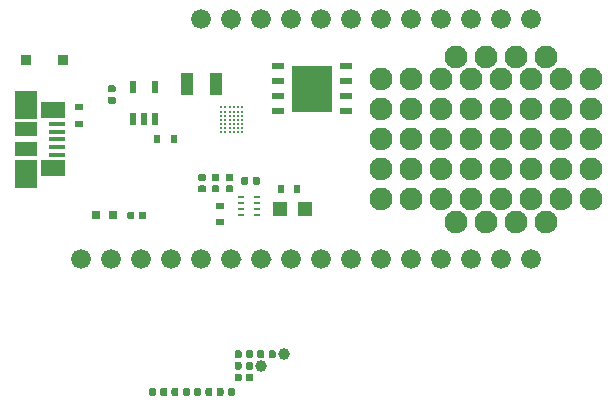
<source format=gbr>
G04 #@! TF.GenerationSoftware,KiCad,Pcbnew,(6.0.0-rc1-dev-1546-g786ee0e)*
G04 #@! TF.CreationDate,2019-11-08T10:29:52+01:00
G04 #@! TF.ProjectId,quicklogic-quick-feather-board,71756963-6b6c-46f6-9769-632d71756963,rev?*
G04 #@! TF.SameCoordinates,Original*
G04 #@! TF.FileFunction,Copper,L1,Top*
G04 #@! TF.FilePolarity,Positive*
%FSLAX46Y46*%
G04 Gerber Fmt 4.6, Leading zero omitted, Abs format (unit mm)*
G04 Created by KiCad (PCBNEW (6.0.0-rc1-dev-1546-g786ee0e)) date Fri Nov  8 10:29:52 2019*
%MOMM*%
%LPD*%
G04 APERTURE LIST*
%ADD10R,1.100000X1.900000*%
%ADD11R,3.400000X4.000000*%
%ADD12R,1.100000X0.500000*%
%ADD13C,0.100000*%
%ADD14C,0.590000*%
%ADD15C,1.000000*%
%ADD16R,0.550000X0.250000*%
%ADD17R,0.600000X0.800000*%
%ADD18R,0.800000X0.600000*%
%ADD19R,1.200000X1.200000*%
%ADD20R,0.800000X0.800000*%
%ADD21R,0.900000X0.950000*%
%ADD22R,0.600000X1.050000*%
%ADD23C,0.211000*%
%ADD24R,2.100000X1.475000*%
%ADD25R,1.900000X1.175000*%
%ADD26R,1.900000X2.375000*%
%ADD27R,1.380000X0.450000*%
%ADD28C,1.676400*%
%ADD29C,1.930400*%
%ADD30C,0.254000*%
G04 APERTURE END LIST*
D10*
X140905000Y-100285001D03*
X138495000Y-100285001D03*
D11*
X149050000Y-100730000D03*
D12*
X151950000Y-98825000D03*
X151950000Y-100095000D03*
X151950000Y-101365000D03*
X151950000Y-102635000D03*
X146150000Y-102635000D03*
X146150000Y-101365000D03*
X146150000Y-100095000D03*
X146150000Y-98825000D03*
D13*
G36*
X142941959Y-124855711D02*
G01*
X142956277Y-124857835D01*
X142970318Y-124861352D01*
X142983947Y-124866229D01*
X142997032Y-124872418D01*
X143009448Y-124879859D01*
X143021074Y-124888482D01*
X143031799Y-124898203D01*
X143041520Y-124908928D01*
X143050143Y-124920554D01*
X143057584Y-124932970D01*
X143063773Y-124946055D01*
X143068650Y-124959684D01*
X143072167Y-124973725D01*
X143074291Y-124988043D01*
X143075001Y-125002501D01*
X143075001Y-125347501D01*
X143074291Y-125361959D01*
X143072167Y-125376277D01*
X143068650Y-125390318D01*
X143063773Y-125403947D01*
X143057584Y-125417032D01*
X143050143Y-125429448D01*
X143041520Y-125441074D01*
X143031799Y-125451799D01*
X143021074Y-125461520D01*
X143009448Y-125470143D01*
X142997032Y-125477584D01*
X142983947Y-125483773D01*
X142970318Y-125488650D01*
X142956277Y-125492167D01*
X142941959Y-125494291D01*
X142927501Y-125495001D01*
X142632501Y-125495001D01*
X142618043Y-125494291D01*
X142603725Y-125492167D01*
X142589684Y-125488650D01*
X142576055Y-125483773D01*
X142562970Y-125477584D01*
X142550554Y-125470143D01*
X142538928Y-125461520D01*
X142528203Y-125451799D01*
X142518482Y-125441074D01*
X142509859Y-125429448D01*
X142502418Y-125417032D01*
X142496229Y-125403947D01*
X142491352Y-125390318D01*
X142487835Y-125376277D01*
X142485711Y-125361959D01*
X142485001Y-125347501D01*
X142485001Y-125002501D01*
X142485711Y-124988043D01*
X142487835Y-124973725D01*
X142491352Y-124959684D01*
X142496229Y-124946055D01*
X142502418Y-124932970D01*
X142509859Y-124920554D01*
X142518482Y-124908928D01*
X142528203Y-124898203D01*
X142538928Y-124888482D01*
X142550554Y-124879859D01*
X142562970Y-124872418D01*
X142576055Y-124866229D01*
X142589684Y-124861352D01*
X142603725Y-124857835D01*
X142618043Y-124855711D01*
X142632501Y-124855001D01*
X142927501Y-124855001D01*
X142941959Y-124855711D01*
X142941959Y-124855711D01*
G37*
D14*
X142780001Y-125175001D03*
D13*
G36*
X143911959Y-124855711D02*
G01*
X143926277Y-124857835D01*
X143940318Y-124861352D01*
X143953947Y-124866229D01*
X143967032Y-124872418D01*
X143979448Y-124879859D01*
X143991074Y-124888482D01*
X144001799Y-124898203D01*
X144011520Y-124908928D01*
X144020143Y-124920554D01*
X144027584Y-124932970D01*
X144033773Y-124946055D01*
X144038650Y-124959684D01*
X144042167Y-124973725D01*
X144044291Y-124988043D01*
X144045001Y-125002501D01*
X144045001Y-125347501D01*
X144044291Y-125361959D01*
X144042167Y-125376277D01*
X144038650Y-125390318D01*
X144033773Y-125403947D01*
X144027584Y-125417032D01*
X144020143Y-125429448D01*
X144011520Y-125441074D01*
X144001799Y-125451799D01*
X143991074Y-125461520D01*
X143979448Y-125470143D01*
X143967032Y-125477584D01*
X143953947Y-125483773D01*
X143940318Y-125488650D01*
X143926277Y-125492167D01*
X143911959Y-125494291D01*
X143897501Y-125495001D01*
X143602501Y-125495001D01*
X143588043Y-125494291D01*
X143573725Y-125492167D01*
X143559684Y-125488650D01*
X143546055Y-125483773D01*
X143532970Y-125477584D01*
X143520554Y-125470143D01*
X143508928Y-125461520D01*
X143498203Y-125451799D01*
X143488482Y-125441074D01*
X143479859Y-125429448D01*
X143472418Y-125417032D01*
X143466229Y-125403947D01*
X143461352Y-125390318D01*
X143457835Y-125376277D01*
X143455711Y-125361959D01*
X143455001Y-125347501D01*
X143455001Y-125002501D01*
X143455711Y-124988043D01*
X143457835Y-124973725D01*
X143461352Y-124959684D01*
X143466229Y-124946055D01*
X143472418Y-124932970D01*
X143479859Y-124920554D01*
X143488482Y-124908928D01*
X143498203Y-124898203D01*
X143508928Y-124888482D01*
X143520554Y-124879859D01*
X143532970Y-124872418D01*
X143546055Y-124866229D01*
X143559684Y-124861352D01*
X143573725Y-124857835D01*
X143588043Y-124855711D01*
X143602501Y-124855001D01*
X143897501Y-124855001D01*
X143911959Y-124855711D01*
X143911959Y-124855711D01*
G37*
D14*
X143750001Y-125175001D03*
D13*
G36*
X142391959Y-126075711D02*
G01*
X142406277Y-126077835D01*
X142420318Y-126081352D01*
X142433947Y-126086229D01*
X142447032Y-126092418D01*
X142459448Y-126099859D01*
X142471074Y-126108482D01*
X142481799Y-126118203D01*
X142491520Y-126128928D01*
X142500143Y-126140554D01*
X142507584Y-126152970D01*
X142513773Y-126166055D01*
X142518650Y-126179684D01*
X142522167Y-126193725D01*
X142524291Y-126208043D01*
X142525001Y-126222501D01*
X142525001Y-126567501D01*
X142524291Y-126581959D01*
X142522167Y-126596277D01*
X142518650Y-126610318D01*
X142513773Y-126623947D01*
X142507584Y-126637032D01*
X142500143Y-126649448D01*
X142491520Y-126661074D01*
X142481799Y-126671799D01*
X142471074Y-126681520D01*
X142459448Y-126690143D01*
X142447032Y-126697584D01*
X142433947Y-126703773D01*
X142420318Y-126708650D01*
X142406277Y-126712167D01*
X142391959Y-126714291D01*
X142377501Y-126715001D01*
X142082501Y-126715001D01*
X142068043Y-126714291D01*
X142053725Y-126712167D01*
X142039684Y-126708650D01*
X142026055Y-126703773D01*
X142012970Y-126697584D01*
X142000554Y-126690143D01*
X141988928Y-126681520D01*
X141978203Y-126671799D01*
X141968482Y-126661074D01*
X141959859Y-126649448D01*
X141952418Y-126637032D01*
X141946229Y-126623947D01*
X141941352Y-126610318D01*
X141937835Y-126596277D01*
X141935711Y-126581959D01*
X141935001Y-126567501D01*
X141935001Y-126222501D01*
X141935711Y-126208043D01*
X141937835Y-126193725D01*
X141941352Y-126179684D01*
X141946229Y-126166055D01*
X141952418Y-126152970D01*
X141959859Y-126140554D01*
X141968482Y-126128928D01*
X141978203Y-126118203D01*
X141988928Y-126108482D01*
X142000554Y-126099859D01*
X142012970Y-126092418D01*
X142026055Y-126086229D01*
X142039684Y-126081352D01*
X142053725Y-126077835D01*
X142068043Y-126075711D01*
X142082501Y-126075001D01*
X142377501Y-126075001D01*
X142391959Y-126075711D01*
X142391959Y-126075711D01*
G37*
D14*
X142230001Y-126395001D03*
D13*
G36*
X141421959Y-126075711D02*
G01*
X141436277Y-126077835D01*
X141450318Y-126081352D01*
X141463947Y-126086229D01*
X141477032Y-126092418D01*
X141489448Y-126099859D01*
X141501074Y-126108482D01*
X141511799Y-126118203D01*
X141521520Y-126128928D01*
X141530143Y-126140554D01*
X141537584Y-126152970D01*
X141543773Y-126166055D01*
X141548650Y-126179684D01*
X141552167Y-126193725D01*
X141554291Y-126208043D01*
X141555001Y-126222501D01*
X141555001Y-126567501D01*
X141554291Y-126581959D01*
X141552167Y-126596277D01*
X141548650Y-126610318D01*
X141543773Y-126623947D01*
X141537584Y-126637032D01*
X141530143Y-126649448D01*
X141521520Y-126661074D01*
X141511799Y-126671799D01*
X141501074Y-126681520D01*
X141489448Y-126690143D01*
X141477032Y-126697584D01*
X141463947Y-126703773D01*
X141450318Y-126708650D01*
X141436277Y-126712167D01*
X141421959Y-126714291D01*
X141407501Y-126715001D01*
X141112501Y-126715001D01*
X141098043Y-126714291D01*
X141083725Y-126712167D01*
X141069684Y-126708650D01*
X141056055Y-126703773D01*
X141042970Y-126697584D01*
X141030554Y-126690143D01*
X141018928Y-126681520D01*
X141008203Y-126671799D01*
X140998482Y-126661074D01*
X140989859Y-126649448D01*
X140982418Y-126637032D01*
X140976229Y-126623947D01*
X140971352Y-126610318D01*
X140967835Y-126596277D01*
X140965711Y-126581959D01*
X140965001Y-126567501D01*
X140965001Y-126222501D01*
X140965711Y-126208043D01*
X140967835Y-126193725D01*
X140971352Y-126179684D01*
X140976229Y-126166055D01*
X140982418Y-126152970D01*
X140989859Y-126140554D01*
X140998482Y-126128928D01*
X141008203Y-126118203D01*
X141018928Y-126108482D01*
X141030554Y-126099859D01*
X141042970Y-126092418D01*
X141056055Y-126086229D01*
X141069684Y-126081352D01*
X141083725Y-126077835D01*
X141098043Y-126075711D01*
X141112501Y-126075001D01*
X141407501Y-126075001D01*
X141421959Y-126075711D01*
X141421959Y-126075711D01*
G37*
D14*
X141260001Y-126395001D03*
D13*
G36*
X144851959Y-122875711D02*
G01*
X144866277Y-122877835D01*
X144880318Y-122881352D01*
X144893947Y-122886229D01*
X144907032Y-122892418D01*
X144919448Y-122899859D01*
X144931074Y-122908482D01*
X144941799Y-122918203D01*
X144951520Y-122928928D01*
X144960143Y-122940554D01*
X144967584Y-122952970D01*
X144973773Y-122966055D01*
X144978650Y-122979684D01*
X144982167Y-122993725D01*
X144984291Y-123008043D01*
X144985001Y-123022501D01*
X144985001Y-123367501D01*
X144984291Y-123381959D01*
X144982167Y-123396277D01*
X144978650Y-123410318D01*
X144973773Y-123423947D01*
X144967584Y-123437032D01*
X144960143Y-123449448D01*
X144951520Y-123461074D01*
X144941799Y-123471799D01*
X144931074Y-123481520D01*
X144919448Y-123490143D01*
X144907032Y-123497584D01*
X144893947Y-123503773D01*
X144880318Y-123508650D01*
X144866277Y-123512167D01*
X144851959Y-123514291D01*
X144837501Y-123515001D01*
X144542501Y-123515001D01*
X144528043Y-123514291D01*
X144513725Y-123512167D01*
X144499684Y-123508650D01*
X144486055Y-123503773D01*
X144472970Y-123497584D01*
X144460554Y-123490143D01*
X144448928Y-123481520D01*
X144438203Y-123471799D01*
X144428482Y-123461074D01*
X144419859Y-123449448D01*
X144412418Y-123437032D01*
X144406229Y-123423947D01*
X144401352Y-123410318D01*
X144397835Y-123396277D01*
X144395711Y-123381959D01*
X144395001Y-123367501D01*
X144395001Y-123022501D01*
X144395711Y-123008043D01*
X144397835Y-122993725D01*
X144401352Y-122979684D01*
X144406229Y-122966055D01*
X144412418Y-122952970D01*
X144419859Y-122940554D01*
X144428482Y-122928928D01*
X144438203Y-122918203D01*
X144448928Y-122908482D01*
X144460554Y-122899859D01*
X144472970Y-122892418D01*
X144486055Y-122886229D01*
X144499684Y-122881352D01*
X144513725Y-122877835D01*
X144528043Y-122875711D01*
X144542501Y-122875001D01*
X144837501Y-122875001D01*
X144851959Y-122875711D01*
X144851959Y-122875711D01*
G37*
D14*
X144690001Y-123195001D03*
D13*
G36*
X145821959Y-122875711D02*
G01*
X145836277Y-122877835D01*
X145850318Y-122881352D01*
X145863947Y-122886229D01*
X145877032Y-122892418D01*
X145889448Y-122899859D01*
X145901074Y-122908482D01*
X145911799Y-122918203D01*
X145921520Y-122928928D01*
X145930143Y-122940554D01*
X145937584Y-122952970D01*
X145943773Y-122966055D01*
X145948650Y-122979684D01*
X145952167Y-122993725D01*
X145954291Y-123008043D01*
X145955001Y-123022501D01*
X145955001Y-123367501D01*
X145954291Y-123381959D01*
X145952167Y-123396277D01*
X145948650Y-123410318D01*
X145943773Y-123423947D01*
X145937584Y-123437032D01*
X145930143Y-123449448D01*
X145921520Y-123461074D01*
X145911799Y-123471799D01*
X145901074Y-123481520D01*
X145889448Y-123490143D01*
X145877032Y-123497584D01*
X145863947Y-123503773D01*
X145850318Y-123508650D01*
X145836277Y-123512167D01*
X145821959Y-123514291D01*
X145807501Y-123515001D01*
X145512501Y-123515001D01*
X145498043Y-123514291D01*
X145483725Y-123512167D01*
X145469684Y-123508650D01*
X145456055Y-123503773D01*
X145442970Y-123497584D01*
X145430554Y-123490143D01*
X145418928Y-123481520D01*
X145408203Y-123471799D01*
X145398482Y-123461074D01*
X145389859Y-123449448D01*
X145382418Y-123437032D01*
X145376229Y-123423947D01*
X145371352Y-123410318D01*
X145367835Y-123396277D01*
X145365711Y-123381959D01*
X145365001Y-123367501D01*
X145365001Y-123022501D01*
X145365711Y-123008043D01*
X145367835Y-122993725D01*
X145371352Y-122979684D01*
X145376229Y-122966055D01*
X145382418Y-122952970D01*
X145389859Y-122940554D01*
X145398482Y-122928928D01*
X145408203Y-122918203D01*
X145418928Y-122908482D01*
X145430554Y-122899859D01*
X145442970Y-122892418D01*
X145456055Y-122886229D01*
X145469684Y-122881352D01*
X145483725Y-122877835D01*
X145498043Y-122875711D01*
X145512501Y-122875001D01*
X145807501Y-122875001D01*
X145821959Y-122875711D01*
X145821959Y-122875711D01*
G37*
D14*
X145660001Y-123195001D03*
D13*
G36*
X142941959Y-123865711D02*
G01*
X142956277Y-123867835D01*
X142970318Y-123871352D01*
X142983947Y-123876229D01*
X142997032Y-123882418D01*
X143009448Y-123889859D01*
X143021074Y-123898482D01*
X143031799Y-123908203D01*
X143041520Y-123918928D01*
X143050143Y-123930554D01*
X143057584Y-123942970D01*
X143063773Y-123956055D01*
X143068650Y-123969684D01*
X143072167Y-123983725D01*
X143074291Y-123998043D01*
X143075001Y-124012501D01*
X143075001Y-124357501D01*
X143074291Y-124371959D01*
X143072167Y-124386277D01*
X143068650Y-124400318D01*
X143063773Y-124413947D01*
X143057584Y-124427032D01*
X143050143Y-124439448D01*
X143041520Y-124451074D01*
X143031799Y-124461799D01*
X143021074Y-124471520D01*
X143009448Y-124480143D01*
X142997032Y-124487584D01*
X142983947Y-124493773D01*
X142970318Y-124498650D01*
X142956277Y-124502167D01*
X142941959Y-124504291D01*
X142927501Y-124505001D01*
X142632501Y-124505001D01*
X142618043Y-124504291D01*
X142603725Y-124502167D01*
X142589684Y-124498650D01*
X142576055Y-124493773D01*
X142562970Y-124487584D01*
X142550554Y-124480143D01*
X142538928Y-124471520D01*
X142528203Y-124461799D01*
X142518482Y-124451074D01*
X142509859Y-124439448D01*
X142502418Y-124427032D01*
X142496229Y-124413947D01*
X142491352Y-124400318D01*
X142487835Y-124386277D01*
X142485711Y-124371959D01*
X142485001Y-124357501D01*
X142485001Y-124012501D01*
X142485711Y-123998043D01*
X142487835Y-123983725D01*
X142491352Y-123969684D01*
X142496229Y-123956055D01*
X142502418Y-123942970D01*
X142509859Y-123930554D01*
X142518482Y-123918928D01*
X142528203Y-123908203D01*
X142538928Y-123898482D01*
X142550554Y-123889859D01*
X142562970Y-123882418D01*
X142576055Y-123876229D01*
X142589684Y-123871352D01*
X142603725Y-123867835D01*
X142618043Y-123865711D01*
X142632501Y-123865001D01*
X142927501Y-123865001D01*
X142941959Y-123865711D01*
X142941959Y-123865711D01*
G37*
D14*
X142780001Y-124185001D03*
D13*
G36*
X143911959Y-123865711D02*
G01*
X143926277Y-123867835D01*
X143940318Y-123871352D01*
X143953947Y-123876229D01*
X143967032Y-123882418D01*
X143979448Y-123889859D01*
X143991074Y-123898482D01*
X144001799Y-123908203D01*
X144011520Y-123918928D01*
X144020143Y-123930554D01*
X144027584Y-123942970D01*
X144033773Y-123956055D01*
X144038650Y-123969684D01*
X144042167Y-123983725D01*
X144044291Y-123998043D01*
X144045001Y-124012501D01*
X144045001Y-124357501D01*
X144044291Y-124371959D01*
X144042167Y-124386277D01*
X144038650Y-124400318D01*
X144033773Y-124413947D01*
X144027584Y-124427032D01*
X144020143Y-124439448D01*
X144011520Y-124451074D01*
X144001799Y-124461799D01*
X143991074Y-124471520D01*
X143979448Y-124480143D01*
X143967032Y-124487584D01*
X143953947Y-124493773D01*
X143940318Y-124498650D01*
X143926277Y-124502167D01*
X143911959Y-124504291D01*
X143897501Y-124505001D01*
X143602501Y-124505001D01*
X143588043Y-124504291D01*
X143573725Y-124502167D01*
X143559684Y-124498650D01*
X143546055Y-124493773D01*
X143532970Y-124487584D01*
X143520554Y-124480143D01*
X143508928Y-124471520D01*
X143498203Y-124461799D01*
X143488482Y-124451074D01*
X143479859Y-124439448D01*
X143472418Y-124427032D01*
X143466229Y-124413947D01*
X143461352Y-124400318D01*
X143457835Y-124386277D01*
X143455711Y-124371959D01*
X143455001Y-124357501D01*
X143455001Y-124012501D01*
X143455711Y-123998043D01*
X143457835Y-123983725D01*
X143461352Y-123969684D01*
X143466229Y-123956055D01*
X143472418Y-123942970D01*
X143479859Y-123930554D01*
X143488482Y-123918928D01*
X143498203Y-123908203D01*
X143508928Y-123898482D01*
X143520554Y-123889859D01*
X143532970Y-123882418D01*
X143546055Y-123876229D01*
X143559684Y-123871352D01*
X143573725Y-123867835D01*
X143588043Y-123865711D01*
X143602501Y-123865001D01*
X143897501Y-123865001D01*
X143911959Y-123865711D01*
X143911959Y-123865711D01*
G37*
D14*
X143750001Y-124185001D03*
D13*
G36*
X140481959Y-126075711D02*
G01*
X140496277Y-126077835D01*
X140510318Y-126081352D01*
X140523947Y-126086229D01*
X140537032Y-126092418D01*
X140549448Y-126099859D01*
X140561074Y-126108482D01*
X140571799Y-126118203D01*
X140581520Y-126128928D01*
X140590143Y-126140554D01*
X140597584Y-126152970D01*
X140603773Y-126166055D01*
X140608650Y-126179684D01*
X140612167Y-126193725D01*
X140614291Y-126208043D01*
X140615001Y-126222501D01*
X140615001Y-126567501D01*
X140614291Y-126581959D01*
X140612167Y-126596277D01*
X140608650Y-126610318D01*
X140603773Y-126623947D01*
X140597584Y-126637032D01*
X140590143Y-126649448D01*
X140581520Y-126661074D01*
X140571799Y-126671799D01*
X140561074Y-126681520D01*
X140549448Y-126690143D01*
X140537032Y-126697584D01*
X140523947Y-126703773D01*
X140510318Y-126708650D01*
X140496277Y-126712167D01*
X140481959Y-126714291D01*
X140467501Y-126715001D01*
X140172501Y-126715001D01*
X140158043Y-126714291D01*
X140143725Y-126712167D01*
X140129684Y-126708650D01*
X140116055Y-126703773D01*
X140102970Y-126697584D01*
X140090554Y-126690143D01*
X140078928Y-126681520D01*
X140068203Y-126671799D01*
X140058482Y-126661074D01*
X140049859Y-126649448D01*
X140042418Y-126637032D01*
X140036229Y-126623947D01*
X140031352Y-126610318D01*
X140027835Y-126596277D01*
X140025711Y-126581959D01*
X140025001Y-126567501D01*
X140025001Y-126222501D01*
X140025711Y-126208043D01*
X140027835Y-126193725D01*
X140031352Y-126179684D01*
X140036229Y-126166055D01*
X140042418Y-126152970D01*
X140049859Y-126140554D01*
X140058482Y-126128928D01*
X140068203Y-126118203D01*
X140078928Y-126108482D01*
X140090554Y-126099859D01*
X140102970Y-126092418D01*
X140116055Y-126086229D01*
X140129684Y-126081352D01*
X140143725Y-126077835D01*
X140158043Y-126075711D01*
X140172501Y-126075001D01*
X140467501Y-126075001D01*
X140481959Y-126075711D01*
X140481959Y-126075711D01*
G37*
D14*
X140320001Y-126395001D03*
D13*
G36*
X139511959Y-126075711D02*
G01*
X139526277Y-126077835D01*
X139540318Y-126081352D01*
X139553947Y-126086229D01*
X139567032Y-126092418D01*
X139579448Y-126099859D01*
X139591074Y-126108482D01*
X139601799Y-126118203D01*
X139611520Y-126128928D01*
X139620143Y-126140554D01*
X139627584Y-126152970D01*
X139633773Y-126166055D01*
X139638650Y-126179684D01*
X139642167Y-126193725D01*
X139644291Y-126208043D01*
X139645001Y-126222501D01*
X139645001Y-126567501D01*
X139644291Y-126581959D01*
X139642167Y-126596277D01*
X139638650Y-126610318D01*
X139633773Y-126623947D01*
X139627584Y-126637032D01*
X139620143Y-126649448D01*
X139611520Y-126661074D01*
X139601799Y-126671799D01*
X139591074Y-126681520D01*
X139579448Y-126690143D01*
X139567032Y-126697584D01*
X139553947Y-126703773D01*
X139540318Y-126708650D01*
X139526277Y-126712167D01*
X139511959Y-126714291D01*
X139497501Y-126715001D01*
X139202501Y-126715001D01*
X139188043Y-126714291D01*
X139173725Y-126712167D01*
X139159684Y-126708650D01*
X139146055Y-126703773D01*
X139132970Y-126697584D01*
X139120554Y-126690143D01*
X139108928Y-126681520D01*
X139098203Y-126671799D01*
X139088482Y-126661074D01*
X139079859Y-126649448D01*
X139072418Y-126637032D01*
X139066229Y-126623947D01*
X139061352Y-126610318D01*
X139057835Y-126596277D01*
X139055711Y-126581959D01*
X139055001Y-126567501D01*
X139055001Y-126222501D01*
X139055711Y-126208043D01*
X139057835Y-126193725D01*
X139061352Y-126179684D01*
X139066229Y-126166055D01*
X139072418Y-126152970D01*
X139079859Y-126140554D01*
X139088482Y-126128928D01*
X139098203Y-126118203D01*
X139108928Y-126108482D01*
X139120554Y-126099859D01*
X139132970Y-126092418D01*
X139146055Y-126086229D01*
X139159684Y-126081352D01*
X139173725Y-126077835D01*
X139188043Y-126075711D01*
X139202501Y-126075001D01*
X139497501Y-126075001D01*
X139511959Y-126075711D01*
X139511959Y-126075711D01*
G37*
D14*
X139350001Y-126395001D03*
D13*
G36*
X137601959Y-126075711D02*
G01*
X137616277Y-126077835D01*
X137630318Y-126081352D01*
X137643947Y-126086229D01*
X137657032Y-126092418D01*
X137669448Y-126099859D01*
X137681074Y-126108482D01*
X137691799Y-126118203D01*
X137701520Y-126128928D01*
X137710143Y-126140554D01*
X137717584Y-126152970D01*
X137723773Y-126166055D01*
X137728650Y-126179684D01*
X137732167Y-126193725D01*
X137734291Y-126208043D01*
X137735001Y-126222501D01*
X137735001Y-126567501D01*
X137734291Y-126581959D01*
X137732167Y-126596277D01*
X137728650Y-126610318D01*
X137723773Y-126623947D01*
X137717584Y-126637032D01*
X137710143Y-126649448D01*
X137701520Y-126661074D01*
X137691799Y-126671799D01*
X137681074Y-126681520D01*
X137669448Y-126690143D01*
X137657032Y-126697584D01*
X137643947Y-126703773D01*
X137630318Y-126708650D01*
X137616277Y-126712167D01*
X137601959Y-126714291D01*
X137587501Y-126715001D01*
X137292501Y-126715001D01*
X137278043Y-126714291D01*
X137263725Y-126712167D01*
X137249684Y-126708650D01*
X137236055Y-126703773D01*
X137222970Y-126697584D01*
X137210554Y-126690143D01*
X137198928Y-126681520D01*
X137188203Y-126671799D01*
X137178482Y-126661074D01*
X137169859Y-126649448D01*
X137162418Y-126637032D01*
X137156229Y-126623947D01*
X137151352Y-126610318D01*
X137147835Y-126596277D01*
X137145711Y-126581959D01*
X137145001Y-126567501D01*
X137145001Y-126222501D01*
X137145711Y-126208043D01*
X137147835Y-126193725D01*
X137151352Y-126179684D01*
X137156229Y-126166055D01*
X137162418Y-126152970D01*
X137169859Y-126140554D01*
X137178482Y-126128928D01*
X137188203Y-126118203D01*
X137198928Y-126108482D01*
X137210554Y-126099859D01*
X137222970Y-126092418D01*
X137236055Y-126086229D01*
X137249684Y-126081352D01*
X137263725Y-126077835D01*
X137278043Y-126075711D01*
X137292501Y-126075001D01*
X137587501Y-126075001D01*
X137601959Y-126075711D01*
X137601959Y-126075711D01*
G37*
D14*
X137440001Y-126395001D03*
D13*
G36*
X138571959Y-126075711D02*
G01*
X138586277Y-126077835D01*
X138600318Y-126081352D01*
X138613947Y-126086229D01*
X138627032Y-126092418D01*
X138639448Y-126099859D01*
X138651074Y-126108482D01*
X138661799Y-126118203D01*
X138671520Y-126128928D01*
X138680143Y-126140554D01*
X138687584Y-126152970D01*
X138693773Y-126166055D01*
X138698650Y-126179684D01*
X138702167Y-126193725D01*
X138704291Y-126208043D01*
X138705001Y-126222501D01*
X138705001Y-126567501D01*
X138704291Y-126581959D01*
X138702167Y-126596277D01*
X138698650Y-126610318D01*
X138693773Y-126623947D01*
X138687584Y-126637032D01*
X138680143Y-126649448D01*
X138671520Y-126661074D01*
X138661799Y-126671799D01*
X138651074Y-126681520D01*
X138639448Y-126690143D01*
X138627032Y-126697584D01*
X138613947Y-126703773D01*
X138600318Y-126708650D01*
X138586277Y-126712167D01*
X138571959Y-126714291D01*
X138557501Y-126715001D01*
X138262501Y-126715001D01*
X138248043Y-126714291D01*
X138233725Y-126712167D01*
X138219684Y-126708650D01*
X138206055Y-126703773D01*
X138192970Y-126697584D01*
X138180554Y-126690143D01*
X138168928Y-126681520D01*
X138158203Y-126671799D01*
X138148482Y-126661074D01*
X138139859Y-126649448D01*
X138132418Y-126637032D01*
X138126229Y-126623947D01*
X138121352Y-126610318D01*
X138117835Y-126596277D01*
X138115711Y-126581959D01*
X138115001Y-126567501D01*
X138115001Y-126222501D01*
X138115711Y-126208043D01*
X138117835Y-126193725D01*
X138121352Y-126179684D01*
X138126229Y-126166055D01*
X138132418Y-126152970D01*
X138139859Y-126140554D01*
X138148482Y-126128928D01*
X138158203Y-126118203D01*
X138168928Y-126108482D01*
X138180554Y-126099859D01*
X138192970Y-126092418D01*
X138206055Y-126086229D01*
X138219684Y-126081352D01*
X138233725Y-126077835D01*
X138248043Y-126075711D01*
X138262501Y-126075001D01*
X138557501Y-126075001D01*
X138571959Y-126075711D01*
X138571959Y-126075711D01*
G37*
D14*
X138410001Y-126395001D03*
D13*
G36*
X143911959Y-122875711D02*
G01*
X143926277Y-122877835D01*
X143940318Y-122881352D01*
X143953947Y-122886229D01*
X143967032Y-122892418D01*
X143979448Y-122899859D01*
X143991074Y-122908482D01*
X144001799Y-122918203D01*
X144011520Y-122928928D01*
X144020143Y-122940554D01*
X144027584Y-122952970D01*
X144033773Y-122966055D01*
X144038650Y-122979684D01*
X144042167Y-122993725D01*
X144044291Y-123008043D01*
X144045001Y-123022501D01*
X144045001Y-123367501D01*
X144044291Y-123381959D01*
X144042167Y-123396277D01*
X144038650Y-123410318D01*
X144033773Y-123423947D01*
X144027584Y-123437032D01*
X144020143Y-123449448D01*
X144011520Y-123461074D01*
X144001799Y-123471799D01*
X143991074Y-123481520D01*
X143979448Y-123490143D01*
X143967032Y-123497584D01*
X143953947Y-123503773D01*
X143940318Y-123508650D01*
X143926277Y-123512167D01*
X143911959Y-123514291D01*
X143897501Y-123515001D01*
X143602501Y-123515001D01*
X143588043Y-123514291D01*
X143573725Y-123512167D01*
X143559684Y-123508650D01*
X143546055Y-123503773D01*
X143532970Y-123497584D01*
X143520554Y-123490143D01*
X143508928Y-123481520D01*
X143498203Y-123471799D01*
X143488482Y-123461074D01*
X143479859Y-123449448D01*
X143472418Y-123437032D01*
X143466229Y-123423947D01*
X143461352Y-123410318D01*
X143457835Y-123396277D01*
X143455711Y-123381959D01*
X143455001Y-123367501D01*
X143455001Y-123022501D01*
X143455711Y-123008043D01*
X143457835Y-122993725D01*
X143461352Y-122979684D01*
X143466229Y-122966055D01*
X143472418Y-122952970D01*
X143479859Y-122940554D01*
X143488482Y-122928928D01*
X143498203Y-122918203D01*
X143508928Y-122908482D01*
X143520554Y-122899859D01*
X143532970Y-122892418D01*
X143546055Y-122886229D01*
X143559684Y-122881352D01*
X143573725Y-122877835D01*
X143588043Y-122875711D01*
X143602501Y-122875001D01*
X143897501Y-122875001D01*
X143911959Y-122875711D01*
X143911959Y-122875711D01*
G37*
D14*
X143750001Y-123195001D03*
D13*
G36*
X142941959Y-122875711D02*
G01*
X142956277Y-122877835D01*
X142970318Y-122881352D01*
X142983947Y-122886229D01*
X142997032Y-122892418D01*
X143009448Y-122899859D01*
X143021074Y-122908482D01*
X143031799Y-122918203D01*
X143041520Y-122928928D01*
X143050143Y-122940554D01*
X143057584Y-122952970D01*
X143063773Y-122966055D01*
X143068650Y-122979684D01*
X143072167Y-122993725D01*
X143074291Y-123008043D01*
X143075001Y-123022501D01*
X143075001Y-123367501D01*
X143074291Y-123381959D01*
X143072167Y-123396277D01*
X143068650Y-123410318D01*
X143063773Y-123423947D01*
X143057584Y-123437032D01*
X143050143Y-123449448D01*
X143041520Y-123461074D01*
X143031799Y-123471799D01*
X143021074Y-123481520D01*
X143009448Y-123490143D01*
X142997032Y-123497584D01*
X142983947Y-123503773D01*
X142970318Y-123508650D01*
X142956277Y-123512167D01*
X142941959Y-123514291D01*
X142927501Y-123515001D01*
X142632501Y-123515001D01*
X142618043Y-123514291D01*
X142603725Y-123512167D01*
X142589684Y-123508650D01*
X142576055Y-123503773D01*
X142562970Y-123497584D01*
X142550554Y-123490143D01*
X142538928Y-123481520D01*
X142528203Y-123471799D01*
X142518482Y-123461074D01*
X142509859Y-123449448D01*
X142502418Y-123437032D01*
X142496229Y-123423947D01*
X142491352Y-123410318D01*
X142487835Y-123396277D01*
X142485711Y-123381959D01*
X142485001Y-123367501D01*
X142485001Y-123022501D01*
X142485711Y-123008043D01*
X142487835Y-122993725D01*
X142491352Y-122979684D01*
X142496229Y-122966055D01*
X142502418Y-122952970D01*
X142509859Y-122940554D01*
X142518482Y-122928928D01*
X142528203Y-122918203D01*
X142538928Y-122908482D01*
X142550554Y-122899859D01*
X142562970Y-122892418D01*
X142576055Y-122886229D01*
X142589684Y-122881352D01*
X142603725Y-122877835D01*
X142618043Y-122875711D01*
X142632501Y-122875001D01*
X142927501Y-122875001D01*
X142941959Y-122875711D01*
X142941959Y-122875711D01*
G37*
D14*
X142780001Y-123195001D03*
D13*
G36*
X135691959Y-126075711D02*
G01*
X135706277Y-126077835D01*
X135720318Y-126081352D01*
X135733947Y-126086229D01*
X135747032Y-126092418D01*
X135759448Y-126099859D01*
X135771074Y-126108482D01*
X135781799Y-126118203D01*
X135791520Y-126128928D01*
X135800143Y-126140554D01*
X135807584Y-126152970D01*
X135813773Y-126166055D01*
X135818650Y-126179684D01*
X135822167Y-126193725D01*
X135824291Y-126208043D01*
X135825001Y-126222501D01*
X135825001Y-126567501D01*
X135824291Y-126581959D01*
X135822167Y-126596277D01*
X135818650Y-126610318D01*
X135813773Y-126623947D01*
X135807584Y-126637032D01*
X135800143Y-126649448D01*
X135791520Y-126661074D01*
X135781799Y-126671799D01*
X135771074Y-126681520D01*
X135759448Y-126690143D01*
X135747032Y-126697584D01*
X135733947Y-126703773D01*
X135720318Y-126708650D01*
X135706277Y-126712167D01*
X135691959Y-126714291D01*
X135677501Y-126715001D01*
X135382501Y-126715001D01*
X135368043Y-126714291D01*
X135353725Y-126712167D01*
X135339684Y-126708650D01*
X135326055Y-126703773D01*
X135312970Y-126697584D01*
X135300554Y-126690143D01*
X135288928Y-126681520D01*
X135278203Y-126671799D01*
X135268482Y-126661074D01*
X135259859Y-126649448D01*
X135252418Y-126637032D01*
X135246229Y-126623947D01*
X135241352Y-126610318D01*
X135237835Y-126596277D01*
X135235711Y-126581959D01*
X135235001Y-126567501D01*
X135235001Y-126222501D01*
X135235711Y-126208043D01*
X135237835Y-126193725D01*
X135241352Y-126179684D01*
X135246229Y-126166055D01*
X135252418Y-126152970D01*
X135259859Y-126140554D01*
X135268482Y-126128928D01*
X135278203Y-126118203D01*
X135288928Y-126108482D01*
X135300554Y-126099859D01*
X135312970Y-126092418D01*
X135326055Y-126086229D01*
X135339684Y-126081352D01*
X135353725Y-126077835D01*
X135368043Y-126075711D01*
X135382501Y-126075001D01*
X135677501Y-126075001D01*
X135691959Y-126075711D01*
X135691959Y-126075711D01*
G37*
D14*
X135530001Y-126395001D03*
D13*
G36*
X136661959Y-126075711D02*
G01*
X136676277Y-126077835D01*
X136690318Y-126081352D01*
X136703947Y-126086229D01*
X136717032Y-126092418D01*
X136729448Y-126099859D01*
X136741074Y-126108482D01*
X136751799Y-126118203D01*
X136761520Y-126128928D01*
X136770143Y-126140554D01*
X136777584Y-126152970D01*
X136783773Y-126166055D01*
X136788650Y-126179684D01*
X136792167Y-126193725D01*
X136794291Y-126208043D01*
X136795001Y-126222501D01*
X136795001Y-126567501D01*
X136794291Y-126581959D01*
X136792167Y-126596277D01*
X136788650Y-126610318D01*
X136783773Y-126623947D01*
X136777584Y-126637032D01*
X136770143Y-126649448D01*
X136761520Y-126661074D01*
X136751799Y-126671799D01*
X136741074Y-126681520D01*
X136729448Y-126690143D01*
X136717032Y-126697584D01*
X136703947Y-126703773D01*
X136690318Y-126708650D01*
X136676277Y-126712167D01*
X136661959Y-126714291D01*
X136647501Y-126715001D01*
X136352501Y-126715001D01*
X136338043Y-126714291D01*
X136323725Y-126712167D01*
X136309684Y-126708650D01*
X136296055Y-126703773D01*
X136282970Y-126697584D01*
X136270554Y-126690143D01*
X136258928Y-126681520D01*
X136248203Y-126671799D01*
X136238482Y-126661074D01*
X136229859Y-126649448D01*
X136222418Y-126637032D01*
X136216229Y-126623947D01*
X136211352Y-126610318D01*
X136207835Y-126596277D01*
X136205711Y-126581959D01*
X136205001Y-126567501D01*
X136205001Y-126222501D01*
X136205711Y-126208043D01*
X136207835Y-126193725D01*
X136211352Y-126179684D01*
X136216229Y-126166055D01*
X136222418Y-126152970D01*
X136229859Y-126140554D01*
X136238482Y-126128928D01*
X136248203Y-126118203D01*
X136258928Y-126108482D01*
X136270554Y-126099859D01*
X136282970Y-126092418D01*
X136296055Y-126086229D01*
X136309684Y-126081352D01*
X136323725Y-126077835D01*
X136338043Y-126075711D01*
X136352501Y-126075001D01*
X136647501Y-126075001D01*
X136661959Y-126075711D01*
X136661959Y-126075711D01*
G37*
D14*
X136500001Y-126395001D03*
D15*
X146630000Y-123200000D03*
X144720000Y-124190000D03*
D16*
X144415000Y-109930000D03*
X144415000Y-110430000D03*
X144415000Y-110930000D03*
X144415000Y-111430000D03*
X143065000Y-111430000D03*
X143065000Y-110930000D03*
X143065000Y-110430000D03*
X143065000Y-109930000D03*
D13*
G36*
X142236958Y-107940710D02*
G01*
X142251276Y-107942834D01*
X142265317Y-107946351D01*
X142278946Y-107951228D01*
X142292031Y-107957417D01*
X142304447Y-107964858D01*
X142316073Y-107973481D01*
X142326798Y-107983202D01*
X142336519Y-107993927D01*
X142345142Y-108005553D01*
X142352583Y-108017969D01*
X142358772Y-108031054D01*
X142363649Y-108044683D01*
X142367166Y-108058724D01*
X142369290Y-108073042D01*
X142370000Y-108087500D01*
X142370000Y-108382500D01*
X142369290Y-108396958D01*
X142367166Y-108411276D01*
X142363649Y-108425317D01*
X142358772Y-108438946D01*
X142352583Y-108452031D01*
X142345142Y-108464447D01*
X142336519Y-108476073D01*
X142326798Y-108486798D01*
X142316073Y-108496519D01*
X142304447Y-108505142D01*
X142292031Y-108512583D01*
X142278946Y-108518772D01*
X142265317Y-108523649D01*
X142251276Y-108527166D01*
X142236958Y-108529290D01*
X142222500Y-108530000D01*
X141877500Y-108530000D01*
X141863042Y-108529290D01*
X141848724Y-108527166D01*
X141834683Y-108523649D01*
X141821054Y-108518772D01*
X141807969Y-108512583D01*
X141795553Y-108505142D01*
X141783927Y-108496519D01*
X141773202Y-108486798D01*
X141763481Y-108476073D01*
X141754858Y-108464447D01*
X141747417Y-108452031D01*
X141741228Y-108438946D01*
X141736351Y-108425317D01*
X141732834Y-108411276D01*
X141730710Y-108396958D01*
X141730000Y-108382500D01*
X141730000Y-108087500D01*
X141730710Y-108073042D01*
X141732834Y-108058724D01*
X141736351Y-108044683D01*
X141741228Y-108031054D01*
X141747417Y-108017969D01*
X141754858Y-108005553D01*
X141763481Y-107993927D01*
X141773202Y-107983202D01*
X141783927Y-107973481D01*
X141795553Y-107964858D01*
X141807969Y-107957417D01*
X141821054Y-107951228D01*
X141834683Y-107946351D01*
X141848724Y-107942834D01*
X141863042Y-107940710D01*
X141877500Y-107940000D01*
X142222500Y-107940000D01*
X142236958Y-107940710D01*
X142236958Y-107940710D01*
G37*
D14*
X142050000Y-108235000D03*
D13*
G36*
X142236958Y-108910710D02*
G01*
X142251276Y-108912834D01*
X142265317Y-108916351D01*
X142278946Y-108921228D01*
X142292031Y-108927417D01*
X142304447Y-108934858D01*
X142316073Y-108943481D01*
X142326798Y-108953202D01*
X142336519Y-108963927D01*
X142345142Y-108975553D01*
X142352583Y-108987969D01*
X142358772Y-109001054D01*
X142363649Y-109014683D01*
X142367166Y-109028724D01*
X142369290Y-109043042D01*
X142370000Y-109057500D01*
X142370000Y-109352500D01*
X142369290Y-109366958D01*
X142367166Y-109381276D01*
X142363649Y-109395317D01*
X142358772Y-109408946D01*
X142352583Y-109422031D01*
X142345142Y-109434447D01*
X142336519Y-109446073D01*
X142326798Y-109456798D01*
X142316073Y-109466519D01*
X142304447Y-109475142D01*
X142292031Y-109482583D01*
X142278946Y-109488772D01*
X142265317Y-109493649D01*
X142251276Y-109497166D01*
X142236958Y-109499290D01*
X142222500Y-109500000D01*
X141877500Y-109500000D01*
X141863042Y-109499290D01*
X141848724Y-109497166D01*
X141834683Y-109493649D01*
X141821054Y-109488772D01*
X141807969Y-109482583D01*
X141795553Y-109475142D01*
X141783927Y-109466519D01*
X141773202Y-109456798D01*
X141763481Y-109446073D01*
X141754858Y-109434447D01*
X141747417Y-109422031D01*
X141741228Y-109408946D01*
X141736351Y-109395317D01*
X141732834Y-109381276D01*
X141730710Y-109366958D01*
X141730000Y-109352500D01*
X141730000Y-109057500D01*
X141730710Y-109043042D01*
X141732834Y-109028724D01*
X141736351Y-109014683D01*
X141741228Y-109001054D01*
X141747417Y-108987969D01*
X141754858Y-108975553D01*
X141763481Y-108963927D01*
X141773202Y-108953202D01*
X141783927Y-108943481D01*
X141795553Y-108934858D01*
X141807969Y-108927417D01*
X141821054Y-108921228D01*
X141834683Y-108916351D01*
X141848724Y-108912834D01*
X141863042Y-108910710D01*
X141877500Y-108910000D01*
X142222500Y-108910000D01*
X142236958Y-108910710D01*
X142236958Y-108910710D01*
G37*
D14*
X142050000Y-109205000D03*
D13*
G36*
X139916958Y-108910710D02*
G01*
X139931276Y-108912834D01*
X139945317Y-108916351D01*
X139958946Y-108921228D01*
X139972031Y-108927417D01*
X139984447Y-108934858D01*
X139996073Y-108943481D01*
X140006798Y-108953202D01*
X140016519Y-108963927D01*
X140025142Y-108975553D01*
X140032583Y-108987969D01*
X140038772Y-109001054D01*
X140043649Y-109014683D01*
X140047166Y-109028724D01*
X140049290Y-109043042D01*
X140050000Y-109057500D01*
X140050000Y-109352500D01*
X140049290Y-109366958D01*
X140047166Y-109381276D01*
X140043649Y-109395317D01*
X140038772Y-109408946D01*
X140032583Y-109422031D01*
X140025142Y-109434447D01*
X140016519Y-109446073D01*
X140006798Y-109456798D01*
X139996073Y-109466519D01*
X139984447Y-109475142D01*
X139972031Y-109482583D01*
X139958946Y-109488772D01*
X139945317Y-109493649D01*
X139931276Y-109497166D01*
X139916958Y-109499290D01*
X139902500Y-109500000D01*
X139557500Y-109500000D01*
X139543042Y-109499290D01*
X139528724Y-109497166D01*
X139514683Y-109493649D01*
X139501054Y-109488772D01*
X139487969Y-109482583D01*
X139475553Y-109475142D01*
X139463927Y-109466519D01*
X139453202Y-109456798D01*
X139443481Y-109446073D01*
X139434858Y-109434447D01*
X139427417Y-109422031D01*
X139421228Y-109408946D01*
X139416351Y-109395317D01*
X139412834Y-109381276D01*
X139410710Y-109366958D01*
X139410000Y-109352500D01*
X139410000Y-109057500D01*
X139410710Y-109043042D01*
X139412834Y-109028724D01*
X139416351Y-109014683D01*
X139421228Y-109001054D01*
X139427417Y-108987969D01*
X139434858Y-108975553D01*
X139443481Y-108963927D01*
X139453202Y-108953202D01*
X139463927Y-108943481D01*
X139475553Y-108934858D01*
X139487969Y-108927417D01*
X139501054Y-108921228D01*
X139514683Y-108916351D01*
X139528724Y-108912834D01*
X139543042Y-108910710D01*
X139557500Y-108910000D01*
X139902500Y-108910000D01*
X139916958Y-108910710D01*
X139916958Y-108910710D01*
G37*
D14*
X139730000Y-109205000D03*
D13*
G36*
X139916958Y-107940710D02*
G01*
X139931276Y-107942834D01*
X139945317Y-107946351D01*
X139958946Y-107951228D01*
X139972031Y-107957417D01*
X139984447Y-107964858D01*
X139996073Y-107973481D01*
X140006798Y-107983202D01*
X140016519Y-107993927D01*
X140025142Y-108005553D01*
X140032583Y-108017969D01*
X140038772Y-108031054D01*
X140043649Y-108044683D01*
X140047166Y-108058724D01*
X140049290Y-108073042D01*
X140050000Y-108087500D01*
X140050000Y-108382500D01*
X140049290Y-108396958D01*
X140047166Y-108411276D01*
X140043649Y-108425317D01*
X140038772Y-108438946D01*
X140032583Y-108452031D01*
X140025142Y-108464447D01*
X140016519Y-108476073D01*
X140006798Y-108486798D01*
X139996073Y-108496519D01*
X139984447Y-108505142D01*
X139972031Y-108512583D01*
X139958946Y-108518772D01*
X139945317Y-108523649D01*
X139931276Y-108527166D01*
X139916958Y-108529290D01*
X139902500Y-108530000D01*
X139557500Y-108530000D01*
X139543042Y-108529290D01*
X139528724Y-108527166D01*
X139514683Y-108523649D01*
X139501054Y-108518772D01*
X139487969Y-108512583D01*
X139475553Y-108505142D01*
X139463927Y-108496519D01*
X139453202Y-108486798D01*
X139443481Y-108476073D01*
X139434858Y-108464447D01*
X139427417Y-108452031D01*
X139421228Y-108438946D01*
X139416351Y-108425317D01*
X139412834Y-108411276D01*
X139410710Y-108396958D01*
X139410000Y-108382500D01*
X139410000Y-108087500D01*
X139410710Y-108073042D01*
X139412834Y-108058724D01*
X139416351Y-108044683D01*
X139421228Y-108031054D01*
X139427417Y-108017969D01*
X139434858Y-108005553D01*
X139443481Y-107993927D01*
X139453202Y-107983202D01*
X139463927Y-107973481D01*
X139475553Y-107964858D01*
X139487969Y-107957417D01*
X139501054Y-107951228D01*
X139514683Y-107946351D01*
X139528724Y-107942834D01*
X139543042Y-107940710D01*
X139557500Y-107940000D01*
X139902500Y-107940000D01*
X139916958Y-107940710D01*
X139916958Y-107940710D01*
G37*
D14*
X139730000Y-108235000D03*
D13*
G36*
X141046958Y-108910710D02*
G01*
X141061276Y-108912834D01*
X141075317Y-108916351D01*
X141088946Y-108921228D01*
X141102031Y-108927417D01*
X141114447Y-108934858D01*
X141126073Y-108943481D01*
X141136798Y-108953202D01*
X141146519Y-108963927D01*
X141155142Y-108975553D01*
X141162583Y-108987969D01*
X141168772Y-109001054D01*
X141173649Y-109014683D01*
X141177166Y-109028724D01*
X141179290Y-109043042D01*
X141180000Y-109057500D01*
X141180000Y-109352500D01*
X141179290Y-109366958D01*
X141177166Y-109381276D01*
X141173649Y-109395317D01*
X141168772Y-109408946D01*
X141162583Y-109422031D01*
X141155142Y-109434447D01*
X141146519Y-109446073D01*
X141136798Y-109456798D01*
X141126073Y-109466519D01*
X141114447Y-109475142D01*
X141102031Y-109482583D01*
X141088946Y-109488772D01*
X141075317Y-109493649D01*
X141061276Y-109497166D01*
X141046958Y-109499290D01*
X141032500Y-109500000D01*
X140687500Y-109500000D01*
X140673042Y-109499290D01*
X140658724Y-109497166D01*
X140644683Y-109493649D01*
X140631054Y-109488772D01*
X140617969Y-109482583D01*
X140605553Y-109475142D01*
X140593927Y-109466519D01*
X140583202Y-109456798D01*
X140573481Y-109446073D01*
X140564858Y-109434447D01*
X140557417Y-109422031D01*
X140551228Y-109408946D01*
X140546351Y-109395317D01*
X140542834Y-109381276D01*
X140540710Y-109366958D01*
X140540000Y-109352500D01*
X140540000Y-109057500D01*
X140540710Y-109043042D01*
X140542834Y-109028724D01*
X140546351Y-109014683D01*
X140551228Y-109001054D01*
X140557417Y-108987969D01*
X140564858Y-108975553D01*
X140573481Y-108963927D01*
X140583202Y-108953202D01*
X140593927Y-108943481D01*
X140605553Y-108934858D01*
X140617969Y-108927417D01*
X140631054Y-108921228D01*
X140644683Y-108916351D01*
X140658724Y-108912834D01*
X140673042Y-108910710D01*
X140687500Y-108910000D01*
X141032500Y-108910000D01*
X141046958Y-108910710D01*
X141046958Y-108910710D01*
G37*
D14*
X140860000Y-109205000D03*
D13*
G36*
X141046958Y-107940710D02*
G01*
X141061276Y-107942834D01*
X141075317Y-107946351D01*
X141088946Y-107951228D01*
X141102031Y-107957417D01*
X141114447Y-107964858D01*
X141126073Y-107973481D01*
X141136798Y-107983202D01*
X141146519Y-107993927D01*
X141155142Y-108005553D01*
X141162583Y-108017969D01*
X141168772Y-108031054D01*
X141173649Y-108044683D01*
X141177166Y-108058724D01*
X141179290Y-108073042D01*
X141180000Y-108087500D01*
X141180000Y-108382500D01*
X141179290Y-108396958D01*
X141177166Y-108411276D01*
X141173649Y-108425317D01*
X141168772Y-108438946D01*
X141162583Y-108452031D01*
X141155142Y-108464447D01*
X141146519Y-108476073D01*
X141136798Y-108486798D01*
X141126073Y-108496519D01*
X141114447Y-108505142D01*
X141102031Y-108512583D01*
X141088946Y-108518772D01*
X141075317Y-108523649D01*
X141061276Y-108527166D01*
X141046958Y-108529290D01*
X141032500Y-108530000D01*
X140687500Y-108530000D01*
X140673042Y-108529290D01*
X140658724Y-108527166D01*
X140644683Y-108523649D01*
X140631054Y-108518772D01*
X140617969Y-108512583D01*
X140605553Y-108505142D01*
X140593927Y-108496519D01*
X140583202Y-108486798D01*
X140573481Y-108476073D01*
X140564858Y-108464447D01*
X140557417Y-108452031D01*
X140551228Y-108438946D01*
X140546351Y-108425317D01*
X140542834Y-108411276D01*
X140540710Y-108396958D01*
X140540000Y-108382500D01*
X140540000Y-108087500D01*
X140540710Y-108073042D01*
X140542834Y-108058724D01*
X140546351Y-108044683D01*
X140551228Y-108031054D01*
X140557417Y-108017969D01*
X140564858Y-108005553D01*
X140573481Y-107993927D01*
X140583202Y-107983202D01*
X140593927Y-107973481D01*
X140605553Y-107964858D01*
X140617969Y-107957417D01*
X140631054Y-107951228D01*
X140644683Y-107946351D01*
X140658724Y-107942834D01*
X140673042Y-107940710D01*
X140687500Y-107940000D01*
X141032500Y-107940000D01*
X141046958Y-107940710D01*
X141046958Y-107940710D01*
G37*
D14*
X140860000Y-108235000D03*
D13*
G36*
X133876958Y-111120710D02*
G01*
X133891276Y-111122834D01*
X133905317Y-111126351D01*
X133918946Y-111131228D01*
X133932031Y-111137417D01*
X133944447Y-111144858D01*
X133956073Y-111153481D01*
X133966798Y-111163202D01*
X133976519Y-111173927D01*
X133985142Y-111185553D01*
X133992583Y-111197969D01*
X133998772Y-111211054D01*
X134003649Y-111224683D01*
X134007166Y-111238724D01*
X134009290Y-111253042D01*
X134010000Y-111267500D01*
X134010000Y-111612500D01*
X134009290Y-111626958D01*
X134007166Y-111641276D01*
X134003649Y-111655317D01*
X133998772Y-111668946D01*
X133992583Y-111682031D01*
X133985142Y-111694447D01*
X133976519Y-111706073D01*
X133966798Y-111716798D01*
X133956073Y-111726519D01*
X133944447Y-111735142D01*
X133932031Y-111742583D01*
X133918946Y-111748772D01*
X133905317Y-111753649D01*
X133891276Y-111757166D01*
X133876958Y-111759290D01*
X133862500Y-111760000D01*
X133567500Y-111760000D01*
X133553042Y-111759290D01*
X133538724Y-111757166D01*
X133524683Y-111753649D01*
X133511054Y-111748772D01*
X133497969Y-111742583D01*
X133485553Y-111735142D01*
X133473927Y-111726519D01*
X133463202Y-111716798D01*
X133453481Y-111706073D01*
X133444858Y-111694447D01*
X133437417Y-111682031D01*
X133431228Y-111668946D01*
X133426351Y-111655317D01*
X133422834Y-111641276D01*
X133420710Y-111626958D01*
X133420000Y-111612500D01*
X133420000Y-111267500D01*
X133420710Y-111253042D01*
X133422834Y-111238724D01*
X133426351Y-111224683D01*
X133431228Y-111211054D01*
X133437417Y-111197969D01*
X133444858Y-111185553D01*
X133453481Y-111173927D01*
X133463202Y-111163202D01*
X133473927Y-111153481D01*
X133485553Y-111144858D01*
X133497969Y-111137417D01*
X133511054Y-111131228D01*
X133524683Y-111126351D01*
X133538724Y-111122834D01*
X133553042Y-111120710D01*
X133567500Y-111120000D01*
X133862500Y-111120000D01*
X133876958Y-111120710D01*
X133876958Y-111120710D01*
G37*
D14*
X133715000Y-111440000D03*
D13*
G36*
X134846958Y-111120710D02*
G01*
X134861276Y-111122834D01*
X134875317Y-111126351D01*
X134888946Y-111131228D01*
X134902031Y-111137417D01*
X134914447Y-111144858D01*
X134926073Y-111153481D01*
X134936798Y-111163202D01*
X134946519Y-111173927D01*
X134955142Y-111185553D01*
X134962583Y-111197969D01*
X134968772Y-111211054D01*
X134973649Y-111224683D01*
X134977166Y-111238724D01*
X134979290Y-111253042D01*
X134980000Y-111267500D01*
X134980000Y-111612500D01*
X134979290Y-111626958D01*
X134977166Y-111641276D01*
X134973649Y-111655317D01*
X134968772Y-111668946D01*
X134962583Y-111682031D01*
X134955142Y-111694447D01*
X134946519Y-111706073D01*
X134936798Y-111716798D01*
X134926073Y-111726519D01*
X134914447Y-111735142D01*
X134902031Y-111742583D01*
X134888946Y-111748772D01*
X134875317Y-111753649D01*
X134861276Y-111757166D01*
X134846958Y-111759290D01*
X134832500Y-111760000D01*
X134537500Y-111760000D01*
X134523042Y-111759290D01*
X134508724Y-111757166D01*
X134494683Y-111753649D01*
X134481054Y-111748772D01*
X134467969Y-111742583D01*
X134455553Y-111735142D01*
X134443927Y-111726519D01*
X134433202Y-111716798D01*
X134423481Y-111706073D01*
X134414858Y-111694447D01*
X134407417Y-111682031D01*
X134401228Y-111668946D01*
X134396351Y-111655317D01*
X134392834Y-111641276D01*
X134390710Y-111626958D01*
X134390000Y-111612500D01*
X134390000Y-111267500D01*
X134390710Y-111253042D01*
X134392834Y-111238724D01*
X134396351Y-111224683D01*
X134401228Y-111211054D01*
X134407417Y-111197969D01*
X134414858Y-111185553D01*
X134423481Y-111173927D01*
X134433202Y-111163202D01*
X134443927Y-111153481D01*
X134455553Y-111144858D01*
X134467969Y-111137417D01*
X134481054Y-111131228D01*
X134494683Y-111126351D01*
X134508724Y-111122834D01*
X134523042Y-111120710D01*
X134537500Y-111120000D01*
X134832500Y-111120000D01*
X134846958Y-111120710D01*
X134846958Y-111120710D01*
G37*
D14*
X134685000Y-111440000D03*
D13*
G36*
X132276958Y-101410710D02*
G01*
X132291276Y-101412834D01*
X132305317Y-101416351D01*
X132318946Y-101421228D01*
X132332031Y-101427417D01*
X132344447Y-101434858D01*
X132356073Y-101443481D01*
X132366798Y-101453202D01*
X132376519Y-101463927D01*
X132385142Y-101475553D01*
X132392583Y-101487969D01*
X132398772Y-101501054D01*
X132403649Y-101514683D01*
X132407166Y-101528724D01*
X132409290Y-101543042D01*
X132410000Y-101557500D01*
X132410000Y-101852500D01*
X132409290Y-101866958D01*
X132407166Y-101881276D01*
X132403649Y-101895317D01*
X132398772Y-101908946D01*
X132392583Y-101922031D01*
X132385142Y-101934447D01*
X132376519Y-101946073D01*
X132366798Y-101956798D01*
X132356073Y-101966519D01*
X132344447Y-101975142D01*
X132332031Y-101982583D01*
X132318946Y-101988772D01*
X132305317Y-101993649D01*
X132291276Y-101997166D01*
X132276958Y-101999290D01*
X132262500Y-102000000D01*
X131917500Y-102000000D01*
X131903042Y-101999290D01*
X131888724Y-101997166D01*
X131874683Y-101993649D01*
X131861054Y-101988772D01*
X131847969Y-101982583D01*
X131835553Y-101975142D01*
X131823927Y-101966519D01*
X131813202Y-101956798D01*
X131803481Y-101946073D01*
X131794858Y-101934447D01*
X131787417Y-101922031D01*
X131781228Y-101908946D01*
X131776351Y-101895317D01*
X131772834Y-101881276D01*
X131770710Y-101866958D01*
X131770000Y-101852500D01*
X131770000Y-101557500D01*
X131770710Y-101543042D01*
X131772834Y-101528724D01*
X131776351Y-101514683D01*
X131781228Y-101501054D01*
X131787417Y-101487969D01*
X131794858Y-101475553D01*
X131803481Y-101463927D01*
X131813202Y-101453202D01*
X131823927Y-101443481D01*
X131835553Y-101434858D01*
X131847969Y-101427417D01*
X131861054Y-101421228D01*
X131874683Y-101416351D01*
X131888724Y-101412834D01*
X131903042Y-101410710D01*
X131917500Y-101410000D01*
X132262500Y-101410000D01*
X132276958Y-101410710D01*
X132276958Y-101410710D01*
G37*
D14*
X132090000Y-101705000D03*
D13*
G36*
X132276958Y-100440710D02*
G01*
X132291276Y-100442834D01*
X132305317Y-100446351D01*
X132318946Y-100451228D01*
X132332031Y-100457417D01*
X132344447Y-100464858D01*
X132356073Y-100473481D01*
X132366798Y-100483202D01*
X132376519Y-100493927D01*
X132385142Y-100505553D01*
X132392583Y-100517969D01*
X132398772Y-100531054D01*
X132403649Y-100544683D01*
X132407166Y-100558724D01*
X132409290Y-100573042D01*
X132410000Y-100587500D01*
X132410000Y-100882500D01*
X132409290Y-100896958D01*
X132407166Y-100911276D01*
X132403649Y-100925317D01*
X132398772Y-100938946D01*
X132392583Y-100952031D01*
X132385142Y-100964447D01*
X132376519Y-100976073D01*
X132366798Y-100986798D01*
X132356073Y-100996519D01*
X132344447Y-101005142D01*
X132332031Y-101012583D01*
X132318946Y-101018772D01*
X132305317Y-101023649D01*
X132291276Y-101027166D01*
X132276958Y-101029290D01*
X132262500Y-101030000D01*
X131917500Y-101030000D01*
X131903042Y-101029290D01*
X131888724Y-101027166D01*
X131874683Y-101023649D01*
X131861054Y-101018772D01*
X131847969Y-101012583D01*
X131835553Y-101005142D01*
X131823927Y-100996519D01*
X131813202Y-100986798D01*
X131803481Y-100976073D01*
X131794858Y-100964447D01*
X131787417Y-100952031D01*
X131781228Y-100938946D01*
X131776351Y-100925317D01*
X131772834Y-100911276D01*
X131770710Y-100896958D01*
X131770000Y-100882500D01*
X131770000Y-100587500D01*
X131770710Y-100573042D01*
X131772834Y-100558724D01*
X131776351Y-100544683D01*
X131781228Y-100531054D01*
X131787417Y-100517969D01*
X131794858Y-100505553D01*
X131803481Y-100493927D01*
X131813202Y-100483202D01*
X131823927Y-100473481D01*
X131835553Y-100464858D01*
X131847969Y-100457417D01*
X131861054Y-100451228D01*
X131874683Y-100446351D01*
X131888724Y-100442834D01*
X131903042Y-100440710D01*
X131917500Y-100440000D01*
X132262500Y-100440000D01*
X132276958Y-100440710D01*
X132276958Y-100440710D01*
G37*
D14*
X132090000Y-100735000D03*
D13*
G36*
X143516958Y-108200710D02*
G01*
X143531276Y-108202834D01*
X143545317Y-108206351D01*
X143558946Y-108211228D01*
X143572031Y-108217417D01*
X143584447Y-108224858D01*
X143596073Y-108233481D01*
X143606798Y-108243202D01*
X143616519Y-108253927D01*
X143625142Y-108265553D01*
X143632583Y-108277969D01*
X143638772Y-108291054D01*
X143643649Y-108304683D01*
X143647166Y-108318724D01*
X143649290Y-108333042D01*
X143650000Y-108347500D01*
X143650000Y-108692500D01*
X143649290Y-108706958D01*
X143647166Y-108721276D01*
X143643649Y-108735317D01*
X143638772Y-108748946D01*
X143632583Y-108762031D01*
X143625142Y-108774447D01*
X143616519Y-108786073D01*
X143606798Y-108796798D01*
X143596073Y-108806519D01*
X143584447Y-108815142D01*
X143572031Y-108822583D01*
X143558946Y-108828772D01*
X143545317Y-108833649D01*
X143531276Y-108837166D01*
X143516958Y-108839290D01*
X143502500Y-108840000D01*
X143207500Y-108840000D01*
X143193042Y-108839290D01*
X143178724Y-108837166D01*
X143164683Y-108833649D01*
X143151054Y-108828772D01*
X143137969Y-108822583D01*
X143125553Y-108815142D01*
X143113927Y-108806519D01*
X143103202Y-108796798D01*
X143093481Y-108786073D01*
X143084858Y-108774447D01*
X143077417Y-108762031D01*
X143071228Y-108748946D01*
X143066351Y-108735317D01*
X143062834Y-108721276D01*
X143060710Y-108706958D01*
X143060000Y-108692500D01*
X143060000Y-108347500D01*
X143060710Y-108333042D01*
X143062834Y-108318724D01*
X143066351Y-108304683D01*
X143071228Y-108291054D01*
X143077417Y-108277969D01*
X143084858Y-108265553D01*
X143093481Y-108253927D01*
X143103202Y-108243202D01*
X143113927Y-108233481D01*
X143125553Y-108224858D01*
X143137969Y-108217417D01*
X143151054Y-108211228D01*
X143164683Y-108206351D01*
X143178724Y-108202834D01*
X143193042Y-108200710D01*
X143207500Y-108200000D01*
X143502500Y-108200000D01*
X143516958Y-108200710D01*
X143516958Y-108200710D01*
G37*
D14*
X143355000Y-108520000D03*
D13*
G36*
X144486958Y-108200710D02*
G01*
X144501276Y-108202834D01*
X144515317Y-108206351D01*
X144528946Y-108211228D01*
X144542031Y-108217417D01*
X144554447Y-108224858D01*
X144566073Y-108233481D01*
X144576798Y-108243202D01*
X144586519Y-108253927D01*
X144595142Y-108265553D01*
X144602583Y-108277969D01*
X144608772Y-108291054D01*
X144613649Y-108304683D01*
X144617166Y-108318724D01*
X144619290Y-108333042D01*
X144620000Y-108347500D01*
X144620000Y-108692500D01*
X144619290Y-108706958D01*
X144617166Y-108721276D01*
X144613649Y-108735317D01*
X144608772Y-108748946D01*
X144602583Y-108762031D01*
X144595142Y-108774447D01*
X144586519Y-108786073D01*
X144576798Y-108796798D01*
X144566073Y-108806519D01*
X144554447Y-108815142D01*
X144542031Y-108822583D01*
X144528946Y-108828772D01*
X144515317Y-108833649D01*
X144501276Y-108837166D01*
X144486958Y-108839290D01*
X144472500Y-108840000D01*
X144177500Y-108840000D01*
X144163042Y-108839290D01*
X144148724Y-108837166D01*
X144134683Y-108833649D01*
X144121054Y-108828772D01*
X144107969Y-108822583D01*
X144095553Y-108815142D01*
X144083927Y-108806519D01*
X144073202Y-108796798D01*
X144063481Y-108786073D01*
X144054858Y-108774447D01*
X144047417Y-108762031D01*
X144041228Y-108748946D01*
X144036351Y-108735317D01*
X144032834Y-108721276D01*
X144030710Y-108706958D01*
X144030000Y-108692500D01*
X144030000Y-108347500D01*
X144030710Y-108333042D01*
X144032834Y-108318724D01*
X144036351Y-108304683D01*
X144041228Y-108291054D01*
X144047417Y-108277969D01*
X144054858Y-108265553D01*
X144063481Y-108253927D01*
X144073202Y-108243202D01*
X144083927Y-108233481D01*
X144095553Y-108224858D01*
X144107969Y-108217417D01*
X144121054Y-108211228D01*
X144134683Y-108206351D01*
X144148724Y-108202834D01*
X144163042Y-108200710D01*
X144177500Y-108200000D01*
X144472500Y-108200000D01*
X144486958Y-108200710D01*
X144486958Y-108200710D01*
G37*
D14*
X144325000Y-108520000D03*
D17*
X147810000Y-109190000D03*
X146410000Y-109190000D03*
X137340000Y-105010000D03*
X135940000Y-105010000D03*
D18*
X141290000Y-110630000D03*
X141290000Y-112030000D03*
X129330000Y-102280000D03*
X129330000Y-103680000D03*
D19*
X148420000Y-110910000D03*
X146320000Y-110910000D03*
D20*
X130730000Y-111450000D03*
X132230000Y-111450000D03*
D21*
X127945000Y-98260000D03*
X124795000Y-98260000D03*
D22*
X133850000Y-103290000D03*
X134800000Y-103290000D03*
X135750000Y-103290000D03*
X135750000Y-100590000D03*
X133850000Y-100590000D03*
D23*
X141365000Y-104410000D03*
X141715000Y-104410000D03*
X142065000Y-104410000D03*
X142415000Y-104410000D03*
X142765000Y-104410000D03*
X143115000Y-104410000D03*
X141365000Y-104060000D03*
X141715000Y-104060000D03*
X142065000Y-104060000D03*
X142415000Y-104060000D03*
X142765000Y-104060000D03*
X143115000Y-104060000D03*
X141365000Y-103710000D03*
X141715000Y-103710000D03*
X142065000Y-103710000D03*
X142415000Y-103710000D03*
X142765000Y-103710000D03*
X143115000Y-103710000D03*
X141365000Y-103360000D03*
X141715000Y-103360000D03*
X142065000Y-103360000D03*
X142415000Y-103360000D03*
X142765000Y-103360000D03*
X143115000Y-103360000D03*
X141365000Y-103010000D03*
X141715000Y-103010000D03*
X142065000Y-103010000D03*
X142415000Y-103010000D03*
X142765000Y-103010000D03*
X143115000Y-103010000D03*
X141365000Y-102660000D03*
X141715000Y-102660000D03*
X142065000Y-102660000D03*
X142415000Y-102660000D03*
X142765000Y-102660000D03*
X143115000Y-102660000D03*
X141365000Y-102310000D03*
X141715000Y-102310000D03*
X142065000Y-102310000D03*
X142415000Y-102310000D03*
X142765000Y-102310000D03*
X143115000Y-102310000D03*
D24*
X127120000Y-107472500D03*
D25*
X124820000Y-105847500D03*
D26*
X124820000Y-102097500D03*
X124820000Y-107922500D03*
D25*
X124820000Y-104172500D03*
D24*
X127120000Y-102547500D03*
D27*
X127480000Y-103710000D03*
X127480000Y-104360000D03*
X127480000Y-105010000D03*
X127480000Y-105660000D03*
X127480000Y-106310000D03*
D28*
X129451100Y-115163600D03*
X131991100Y-115163600D03*
X134531100Y-115163600D03*
X137071100Y-115163600D03*
X139611100Y-115163600D03*
X142151100Y-115163600D03*
X144691100Y-115163600D03*
X147231100Y-115163600D03*
X149771100Y-115163600D03*
X152311100Y-115163600D03*
X154851100Y-115163600D03*
X157391100Y-115163600D03*
X159931100Y-115163600D03*
X162471100Y-115163600D03*
X165011100Y-115163600D03*
X167551100Y-115163600D03*
X167551100Y-94843600D03*
X165011100Y-94843600D03*
X162471100Y-94843600D03*
X159931100Y-94843600D03*
X157391100Y-94843600D03*
X154851100Y-94843600D03*
X152311100Y-94843600D03*
X149771100Y-94843600D03*
X147231100Y-94843600D03*
X144691100Y-94843600D03*
X142151100Y-94843600D03*
X139611100Y-94843600D03*
D29*
X161201100Y-111988600D03*
X163741100Y-111988600D03*
X166281100Y-111988600D03*
X168821100Y-111988600D03*
X161201100Y-98018600D03*
X163741100Y-98018600D03*
X166281100Y-98018600D03*
X168821100Y-98018600D03*
X167551100Y-99923600D03*
X167551100Y-102463600D03*
X170091100Y-102463600D03*
X170091100Y-99923600D03*
X172631100Y-99923600D03*
X172631100Y-102463600D03*
X172631100Y-105003600D03*
X172631100Y-107543600D03*
X170091100Y-107543600D03*
X170091100Y-105003600D03*
X167551100Y-105003600D03*
X167551100Y-107543600D03*
X167551100Y-110083600D03*
X170091100Y-110083600D03*
X165011100Y-110083600D03*
X165011100Y-107543600D03*
X165011100Y-105003600D03*
X165011100Y-102463600D03*
X165011100Y-99923600D03*
X162471100Y-99923600D03*
X162471100Y-102463600D03*
X162471100Y-105003600D03*
X162471100Y-107543600D03*
X162471100Y-110083600D03*
X159931100Y-110083600D03*
X159931100Y-107543600D03*
X159931100Y-105003600D03*
X159931100Y-102463600D03*
X159931100Y-99923600D03*
X157391100Y-99923600D03*
X157391100Y-102463600D03*
X157391100Y-105003600D03*
X157391100Y-107543600D03*
X157391100Y-110083600D03*
X172631100Y-110083600D03*
X154851100Y-102463600D03*
X154851100Y-105003600D03*
X154851100Y-99923600D03*
X154851100Y-107543600D03*
X154851100Y-110083600D03*
D30*
X144945100Y-115163600D02*
X144691100Y-115163600D01*
X145453100Y-115163600D02*
X144691100Y-115163600D01*
X142913100Y-115163600D02*
X142151100Y-115163600D01*
X162471100Y-95351600D02*
X162471100Y-94843600D01*
X142151100Y-95605600D02*
X142151100Y-94843600D01*
M02*

</source>
